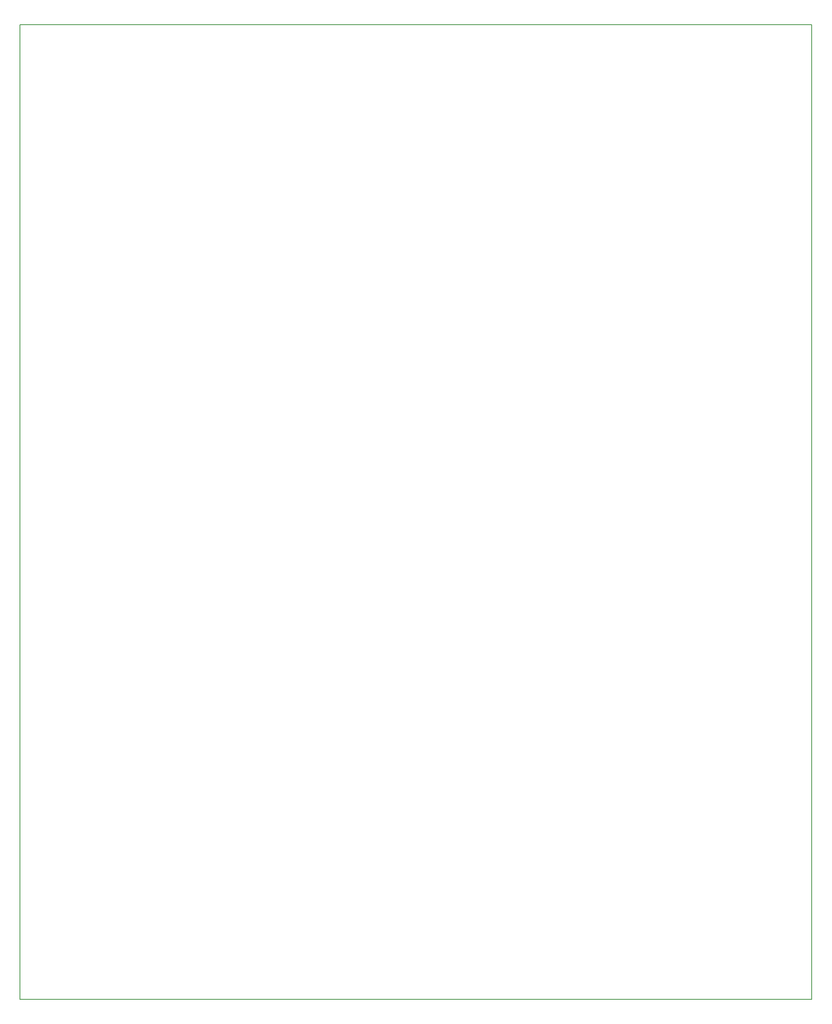
<source format=gbr>
G04 DesignSpark PCB Gerber Version 13.0 Build *
%FSLAX35Y35*%
%MOIN*%
%ADD10C,0.00500*%
X0Y0D02*
D02*
D10*
X250Y250D02*
X675250D01*
Y830250D01*
X250D01*
Y250D01*
X0Y0D02*
M02*

</source>
